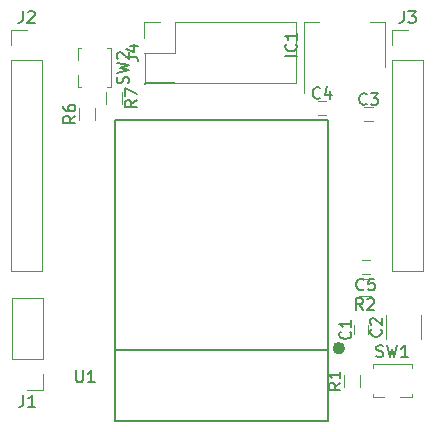
<source format=gbr>
G04 #@! TF.FileFunction,Legend,Top*
%FSLAX46Y46*%
G04 Gerber Fmt 4.6, Leading zero omitted, Abs format (unit mm)*
G04 Created by KiCad (PCBNEW 4.0.7) date Wed Apr  4 13:04:03 2018*
%MOMM*%
%LPD*%
G01*
G04 APERTURE LIST*
%ADD10C,0.100000*%
%ADD11C,0.120000*%
%ADD12C,0.500000*%
%ADD13C,0.150000*%
G04 APERTURE END LIST*
D10*
D11*
X147619000Y-91410600D02*
X147619000Y-92410600D01*
X146259000Y-92410600D02*
X146259000Y-91410600D01*
X147050200Y-87929200D02*
X147050200Y-87229200D01*
X148250200Y-87229200D02*
X148250200Y-87929200D01*
X149764300Y-86376000D02*
X149764300Y-88376000D01*
X152724300Y-88376000D02*
X152724300Y-86376000D01*
X147732000Y-81708700D02*
X148432000Y-81708700D01*
X148432000Y-82908700D02*
X147732000Y-82908700D01*
X120748100Y-84928400D02*
X118088100Y-84928400D01*
X120748100Y-90068400D02*
X120748100Y-84928400D01*
X118088100Y-90068400D02*
X118088100Y-84928400D01*
X120748100Y-90068400D02*
X118088100Y-90068400D01*
X120748100Y-91338400D02*
X120748100Y-92668400D01*
X120748100Y-92668400D02*
X119418100Y-92668400D01*
X118050000Y-82610000D02*
X120710000Y-82610000D01*
X118050000Y-64770000D02*
X118050000Y-82610000D01*
X120710000Y-64770000D02*
X120710000Y-82610000D01*
X118050000Y-64770000D02*
X120710000Y-64770000D01*
X118050000Y-63500000D02*
X118050000Y-62170000D01*
X118050000Y-62170000D02*
X119380000Y-62170000D01*
X150308000Y-82610000D02*
X152968000Y-82610000D01*
X150308000Y-64770000D02*
X150308000Y-82610000D01*
X152968000Y-64770000D02*
X152968000Y-82610000D01*
X150308000Y-64770000D02*
X152968000Y-64770000D01*
X150308000Y-63500000D02*
X150308000Y-62170000D01*
X150308000Y-62170000D02*
X151638000Y-62170000D01*
X147506500Y-83330500D02*
X148506500Y-83330500D01*
X148506500Y-84690500D02*
X147506500Y-84690500D01*
X125165400Y-68816600D02*
X125165400Y-69816600D01*
X123805400Y-69816600D02*
X123805400Y-68816600D01*
X126104100Y-68495800D02*
X126104100Y-67495800D01*
X127464100Y-67495800D02*
X127464100Y-68495800D01*
D12*
X146079981Y-89154000D02*
G75*
G03X146079981Y-89154000I-283981J0D01*
G01*
D13*
X126890000Y-89300000D02*
X144890000Y-89300000D01*
X144890000Y-95300000D02*
X144890000Y-69800000D01*
X126890000Y-95300000D02*
X126890000Y-69800000D01*
X126890000Y-69800000D02*
X144890000Y-69800000D01*
X126890000Y-95300000D02*
X144890000Y-95300000D01*
X131930300Y-66735000D02*
X129360300Y-66735000D01*
X129360300Y-66735000D02*
X129360300Y-66745000D01*
D11*
X142160300Y-66735000D02*
X142160300Y-61535000D01*
X131940300Y-66735000D02*
X142160300Y-66735000D01*
X131970300Y-61535000D02*
X142160300Y-61535000D01*
X131970300Y-64145000D02*
X131970300Y-61545000D01*
X131940300Y-64135000D02*
X129340300Y-64135000D01*
X129350300Y-66755000D02*
X129350300Y-64155000D01*
X130670300Y-61565000D02*
X129340300Y-61565000D01*
X129340300Y-62895000D02*
X129340300Y-61565000D01*
X147973300Y-68742000D02*
X148673300Y-68742000D01*
X148673300Y-69942000D02*
X147973300Y-69942000D01*
X144036300Y-68234000D02*
X144736300Y-68234000D01*
X144736300Y-69434000D02*
X144036300Y-69434000D01*
X149701300Y-61565000D02*
X148441300Y-61565000D01*
X142881300Y-61565000D02*
X144141300Y-61565000D01*
X149701300Y-65325000D02*
X149701300Y-61565000D01*
X142881300Y-67575000D02*
X142881300Y-61565000D01*
X123686800Y-63755000D02*
X123686800Y-64755000D01*
X123976800Y-63755000D02*
X123686800Y-63755000D01*
X123686800Y-67055000D02*
X123686800Y-66055000D01*
X123686800Y-67055000D02*
X123976800Y-67055000D01*
X126186800Y-63755000D02*
X126476800Y-63755000D01*
X126476800Y-63755000D02*
X126476800Y-67055000D01*
X126476800Y-67055000D02*
X126186800Y-67055000D01*
X148667200Y-93318100D02*
X149667200Y-93318100D01*
X148667200Y-93028100D02*
X148667200Y-93318100D01*
X151967200Y-93318100D02*
X150967200Y-93318100D01*
X151967200Y-93318100D02*
X151967200Y-93028100D01*
X148667200Y-90818100D02*
X148667200Y-90528100D01*
X148667200Y-90528100D02*
X151967200Y-90528100D01*
X151967200Y-90528100D02*
X151967200Y-90818100D01*
D13*
X145941381Y-92077266D02*
X145465190Y-92410600D01*
X145941381Y-92648695D02*
X144941381Y-92648695D01*
X144941381Y-92267742D01*
X144989000Y-92172504D01*
X145036619Y-92124885D01*
X145131857Y-92077266D01*
X145274714Y-92077266D01*
X145369952Y-92124885D01*
X145417571Y-92172504D01*
X145465190Y-92267742D01*
X145465190Y-92648695D01*
X145941381Y-91124885D02*
X145941381Y-91696314D01*
X145941381Y-91410600D02*
X144941381Y-91410600D01*
X145084238Y-91505838D01*
X145179476Y-91601076D01*
X145227095Y-91696314D01*
X146757343Y-87745866D02*
X146804962Y-87793485D01*
X146852581Y-87936342D01*
X146852581Y-88031580D01*
X146804962Y-88174438D01*
X146709724Y-88269676D01*
X146614486Y-88317295D01*
X146424010Y-88364914D01*
X146281152Y-88364914D01*
X146090676Y-88317295D01*
X145995438Y-88269676D01*
X145900200Y-88174438D01*
X145852581Y-88031580D01*
X145852581Y-87936342D01*
X145900200Y-87793485D01*
X145947819Y-87745866D01*
X146852581Y-86793485D02*
X146852581Y-87364914D01*
X146852581Y-87079200D02*
X145852581Y-87079200D01*
X145995438Y-87174438D01*
X146090676Y-87269676D01*
X146138295Y-87364914D01*
X149351443Y-87542666D02*
X149399062Y-87590285D01*
X149446681Y-87733142D01*
X149446681Y-87828380D01*
X149399062Y-87971238D01*
X149303824Y-88066476D01*
X149208586Y-88114095D01*
X149018110Y-88161714D01*
X148875252Y-88161714D01*
X148684776Y-88114095D01*
X148589538Y-88066476D01*
X148494300Y-87971238D01*
X148446681Y-87828380D01*
X148446681Y-87733142D01*
X148494300Y-87590285D01*
X148541919Y-87542666D01*
X148541919Y-87161714D02*
X148494300Y-87114095D01*
X148446681Y-87018857D01*
X148446681Y-86780761D01*
X148494300Y-86685523D01*
X148541919Y-86637904D01*
X148637157Y-86590285D01*
X148732395Y-86590285D01*
X148875252Y-86637904D01*
X149446681Y-87209333D01*
X149446681Y-86590285D01*
X147915334Y-84165843D02*
X147867715Y-84213462D01*
X147724858Y-84261081D01*
X147629620Y-84261081D01*
X147486762Y-84213462D01*
X147391524Y-84118224D01*
X147343905Y-84022986D01*
X147296286Y-83832510D01*
X147296286Y-83689652D01*
X147343905Y-83499176D01*
X147391524Y-83403938D01*
X147486762Y-83308700D01*
X147629620Y-83261081D01*
X147724858Y-83261081D01*
X147867715Y-83308700D01*
X147915334Y-83356319D01*
X148820096Y-83261081D02*
X148343905Y-83261081D01*
X148296286Y-83737271D01*
X148343905Y-83689652D01*
X148439143Y-83642033D01*
X148677239Y-83642033D01*
X148772477Y-83689652D01*
X148820096Y-83737271D01*
X148867715Y-83832510D01*
X148867715Y-84070605D01*
X148820096Y-84165843D01*
X148772477Y-84213462D01*
X148677239Y-84261081D01*
X148439143Y-84261081D01*
X148343905Y-84213462D01*
X148296286Y-84165843D01*
X119084767Y-93120781D02*
X119084767Y-93835067D01*
X119037147Y-93977924D01*
X118941909Y-94073162D01*
X118799052Y-94120781D01*
X118703814Y-94120781D01*
X120084767Y-94120781D02*
X119513338Y-94120781D01*
X119799052Y-94120781D02*
X119799052Y-93120781D01*
X119703814Y-93263638D01*
X119608576Y-93358876D01*
X119513338Y-93406495D01*
X119046667Y-60622381D02*
X119046667Y-61336667D01*
X118999047Y-61479524D01*
X118903809Y-61574762D01*
X118760952Y-61622381D01*
X118665714Y-61622381D01*
X119475238Y-60717619D02*
X119522857Y-60670000D01*
X119618095Y-60622381D01*
X119856191Y-60622381D01*
X119951429Y-60670000D01*
X119999048Y-60717619D01*
X120046667Y-60812857D01*
X120046667Y-60908095D01*
X119999048Y-61050952D01*
X119427619Y-61622381D01*
X120046667Y-61622381D01*
X151304667Y-60622381D02*
X151304667Y-61336667D01*
X151257047Y-61479524D01*
X151161809Y-61574762D01*
X151018952Y-61622381D01*
X150923714Y-61622381D01*
X151685619Y-60622381D02*
X152304667Y-60622381D01*
X151971333Y-61003333D01*
X152114191Y-61003333D01*
X152209429Y-61050952D01*
X152257048Y-61098571D01*
X152304667Y-61193810D01*
X152304667Y-61431905D01*
X152257048Y-61527143D01*
X152209429Y-61574762D01*
X152114191Y-61622381D01*
X151828476Y-61622381D01*
X151733238Y-61574762D01*
X151685619Y-61527143D01*
X147839834Y-85912881D02*
X147506500Y-85436690D01*
X147268405Y-85912881D02*
X147268405Y-84912881D01*
X147649358Y-84912881D01*
X147744596Y-84960500D01*
X147792215Y-85008119D01*
X147839834Y-85103357D01*
X147839834Y-85246214D01*
X147792215Y-85341452D01*
X147744596Y-85389071D01*
X147649358Y-85436690D01*
X147268405Y-85436690D01*
X148220786Y-85008119D02*
X148268405Y-84960500D01*
X148363643Y-84912881D01*
X148601739Y-84912881D01*
X148696977Y-84960500D01*
X148744596Y-85008119D01*
X148792215Y-85103357D01*
X148792215Y-85198595D01*
X148744596Y-85341452D01*
X148173167Y-85912881D01*
X148792215Y-85912881D01*
X123487781Y-69483266D02*
X123011590Y-69816600D01*
X123487781Y-70054695D02*
X122487781Y-70054695D01*
X122487781Y-69673742D01*
X122535400Y-69578504D01*
X122583019Y-69530885D01*
X122678257Y-69483266D01*
X122821114Y-69483266D01*
X122916352Y-69530885D01*
X122963971Y-69578504D01*
X123011590Y-69673742D01*
X123011590Y-70054695D01*
X122487781Y-68626123D02*
X122487781Y-68816600D01*
X122535400Y-68911838D01*
X122583019Y-68959457D01*
X122725876Y-69054695D01*
X122916352Y-69102314D01*
X123297305Y-69102314D01*
X123392543Y-69054695D01*
X123440162Y-69007076D01*
X123487781Y-68911838D01*
X123487781Y-68721361D01*
X123440162Y-68626123D01*
X123392543Y-68578504D01*
X123297305Y-68530885D01*
X123059210Y-68530885D01*
X122963971Y-68578504D01*
X122916352Y-68626123D01*
X122868733Y-68721361D01*
X122868733Y-68911838D01*
X122916352Y-69007076D01*
X122963971Y-69054695D01*
X123059210Y-69102314D01*
X128686481Y-68162466D02*
X128210290Y-68495800D01*
X128686481Y-68733895D02*
X127686481Y-68733895D01*
X127686481Y-68352942D01*
X127734100Y-68257704D01*
X127781719Y-68210085D01*
X127876957Y-68162466D01*
X128019814Y-68162466D01*
X128115052Y-68210085D01*
X128162671Y-68257704D01*
X128210290Y-68352942D01*
X128210290Y-68733895D01*
X127686481Y-67829133D02*
X127686481Y-67162466D01*
X128686481Y-67591038D01*
X123571095Y-91019381D02*
X123571095Y-91828905D01*
X123618714Y-91924143D01*
X123666333Y-91971762D01*
X123761571Y-92019381D01*
X123952048Y-92019381D01*
X124047286Y-91971762D01*
X124094905Y-91924143D01*
X124142524Y-91828905D01*
X124142524Y-91019381D01*
X125142524Y-92019381D02*
X124571095Y-92019381D01*
X124856809Y-92019381D02*
X124856809Y-91019381D01*
X124761571Y-91162238D01*
X124666333Y-91257476D01*
X124571095Y-91305095D01*
X127792681Y-64468333D02*
X128506967Y-64468333D01*
X128649824Y-64515953D01*
X128745062Y-64611191D01*
X128792681Y-64754048D01*
X128792681Y-64849286D01*
X128126014Y-63563571D02*
X128792681Y-63563571D01*
X127745062Y-63801667D02*
X128459348Y-64039762D01*
X128459348Y-63420714D01*
X148156634Y-68449143D02*
X148109015Y-68496762D01*
X147966158Y-68544381D01*
X147870920Y-68544381D01*
X147728062Y-68496762D01*
X147632824Y-68401524D01*
X147585205Y-68306286D01*
X147537586Y-68115810D01*
X147537586Y-67972952D01*
X147585205Y-67782476D01*
X147632824Y-67687238D01*
X147728062Y-67592000D01*
X147870920Y-67544381D01*
X147966158Y-67544381D01*
X148109015Y-67592000D01*
X148156634Y-67639619D01*
X148489967Y-67544381D02*
X149109015Y-67544381D01*
X148775681Y-67925333D01*
X148918539Y-67925333D01*
X149013777Y-67972952D01*
X149061396Y-68020571D01*
X149109015Y-68115810D01*
X149109015Y-68353905D01*
X149061396Y-68449143D01*
X149013777Y-68496762D01*
X148918539Y-68544381D01*
X148632824Y-68544381D01*
X148537586Y-68496762D01*
X148489967Y-68449143D01*
X144219634Y-67941143D02*
X144172015Y-67988762D01*
X144029158Y-68036381D01*
X143933920Y-68036381D01*
X143791062Y-67988762D01*
X143695824Y-67893524D01*
X143648205Y-67798286D01*
X143600586Y-67607810D01*
X143600586Y-67464952D01*
X143648205Y-67274476D01*
X143695824Y-67179238D01*
X143791062Y-67084000D01*
X143933920Y-67036381D01*
X144029158Y-67036381D01*
X144172015Y-67084000D01*
X144219634Y-67131619D01*
X145076777Y-67369714D02*
X145076777Y-68036381D01*
X144838681Y-66988762D02*
X144600586Y-67703048D01*
X145219634Y-67703048D01*
X142243681Y-64451190D02*
X141243681Y-64451190D01*
X142148443Y-63403571D02*
X142196062Y-63451190D01*
X142243681Y-63594047D01*
X142243681Y-63689285D01*
X142196062Y-63832143D01*
X142100824Y-63927381D01*
X142005586Y-63975000D01*
X141815110Y-64022619D01*
X141672252Y-64022619D01*
X141481776Y-63975000D01*
X141386538Y-63927381D01*
X141291300Y-63832143D01*
X141243681Y-63689285D01*
X141243681Y-63594047D01*
X141291300Y-63451190D01*
X141338919Y-63403571D01*
X142243681Y-62451190D02*
X142243681Y-63022619D01*
X142243681Y-62736905D02*
X141243681Y-62736905D01*
X141386538Y-62832143D01*
X141481776Y-62927381D01*
X141529395Y-63022619D01*
X127961562Y-66738333D02*
X128009181Y-66595476D01*
X128009181Y-66357380D01*
X127961562Y-66262142D01*
X127913943Y-66214523D01*
X127818705Y-66166904D01*
X127723467Y-66166904D01*
X127628229Y-66214523D01*
X127580610Y-66262142D01*
X127532990Y-66357380D01*
X127485371Y-66547857D01*
X127437752Y-66643095D01*
X127390133Y-66690714D01*
X127294895Y-66738333D01*
X127199657Y-66738333D01*
X127104419Y-66690714D01*
X127056800Y-66643095D01*
X127009181Y-66547857D01*
X127009181Y-66309761D01*
X127056800Y-66166904D01*
X127009181Y-65833571D02*
X128009181Y-65595476D01*
X127294895Y-65404999D01*
X128009181Y-65214523D01*
X127009181Y-64976428D01*
X127104419Y-64643095D02*
X127056800Y-64595476D01*
X127009181Y-64500238D01*
X127009181Y-64262142D01*
X127056800Y-64166904D01*
X127104419Y-64119285D01*
X127199657Y-64071666D01*
X127294895Y-64071666D01*
X127437752Y-64119285D01*
X128009181Y-64690714D01*
X128009181Y-64071666D01*
X148983867Y-89852862D02*
X149126724Y-89900481D01*
X149364820Y-89900481D01*
X149460058Y-89852862D01*
X149507677Y-89805243D01*
X149555296Y-89710005D01*
X149555296Y-89614767D01*
X149507677Y-89519529D01*
X149460058Y-89471910D01*
X149364820Y-89424290D01*
X149174343Y-89376671D01*
X149079105Y-89329052D01*
X149031486Y-89281433D01*
X148983867Y-89186195D01*
X148983867Y-89090957D01*
X149031486Y-88995719D01*
X149079105Y-88948100D01*
X149174343Y-88900481D01*
X149412439Y-88900481D01*
X149555296Y-88948100D01*
X149888629Y-88900481D02*
X150126724Y-89900481D01*
X150317201Y-89186195D01*
X150507677Y-89900481D01*
X150745772Y-88900481D01*
X151650534Y-89900481D02*
X151079105Y-89900481D01*
X151364819Y-89900481D02*
X151364819Y-88900481D01*
X151269581Y-89043338D01*
X151174343Y-89138576D01*
X151079105Y-89186195D01*
M02*

</source>
